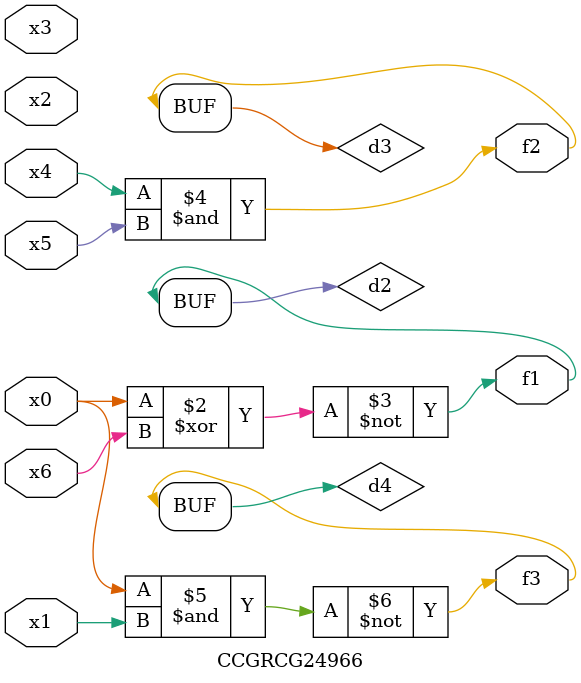
<source format=v>
module CCGRCG24966(
	input x0, x1, x2, x3, x4, x5, x6,
	output f1, f2, f3
);

	wire d1, d2, d3, d4;

	nor (d1, x0);
	xnor (d2, x0, x6);
	and (d3, x4, x5);
	nand (d4, x0, x1);
	assign f1 = d2;
	assign f2 = d3;
	assign f3 = d4;
endmodule

</source>
